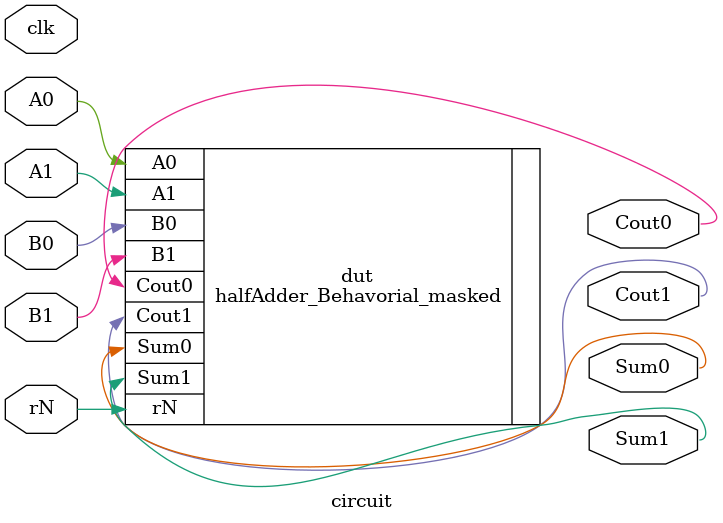
<source format=v>
module circuit (
    input  wire clk,

    // Shared inputs
    input  wire A0,
    input  wire A1,
    input  wire B0,
    input  wire B1,

    // Fresh randomness
    input  wire rN,

    // Shared outputs
    output wire Sum0,
    output wire Sum1,
    output wire Cout0,
    output wire Cout1
);

    // Instantiate the masked half adder
    halfAdder_Behavorial_masked dut (
        .A0(A0),
        .A1(A1),
        .B0(B0),
        .B1(B1),
        .rN(rN),
        .Sum0(Sum0),
        .Sum1(Sum1),
        .Cout0(Cout0),
        .Cout1(Cout1)
    );

endmodule

</source>
